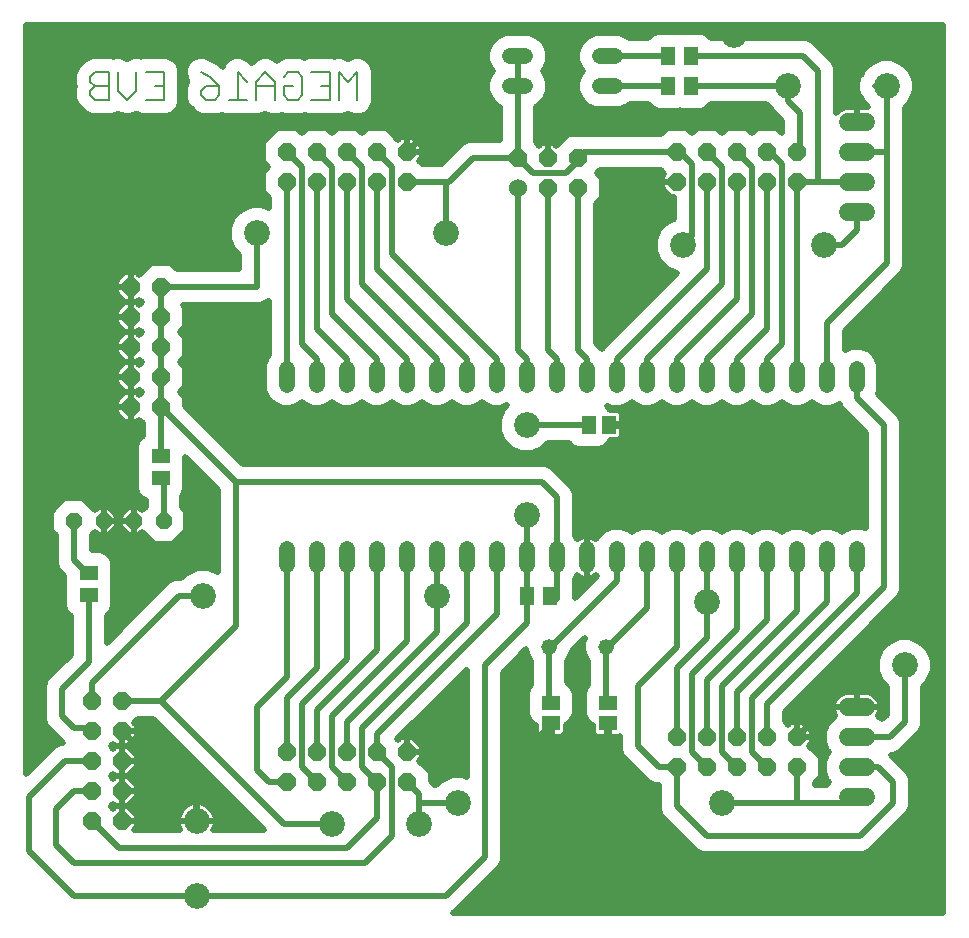
<source format=gbl>
G75*
G70*
%OFA0B0*%
%FSLAX24Y24*%
%IPPOS*%
%LPD*%
%AMOC8*
5,1,8,0,0,1.08239X$1,22.5*
%
%ADD10C,0.0080*%
%ADD11R,0.0512X0.0630*%
%ADD12C,0.0520*%
%ADD13C,0.0520*%
%ADD14C,0.0860*%
%ADD15R,0.0512X0.0591*%
%ADD16OC8,0.0520*%
%ADD17R,0.0591X0.0512*%
%ADD18OC8,0.0600*%
%ADD19R,0.0630X0.0512*%
%ADD20C,0.0600*%
%ADD21C,0.0600*%
%ADD22C,0.0200*%
D10*
X002903Y027690D02*
X003364Y027690D01*
X003364Y028610D01*
X002903Y028610D01*
X002750Y028457D01*
X002750Y028303D01*
X002903Y028150D01*
X003364Y028150D01*
X003671Y027996D02*
X003671Y028610D01*
X003671Y027996D02*
X003978Y027690D01*
X004285Y027996D01*
X004285Y028610D01*
X004591Y028610D02*
X005205Y028610D01*
X005205Y027690D01*
X004591Y027690D01*
X004898Y028150D02*
X005205Y028150D01*
X006433Y027996D02*
X006586Y028150D01*
X007047Y028150D01*
X007047Y027843D01*
X006893Y027690D01*
X006586Y027690D01*
X006433Y027843D01*
X006433Y027996D01*
X006740Y028457D02*
X006433Y028610D01*
X006740Y028457D02*
X007047Y028150D01*
X007354Y027690D02*
X007968Y027690D01*
X008274Y027690D02*
X008274Y028303D01*
X008581Y028610D01*
X008888Y028303D01*
X008888Y027690D01*
X009195Y027843D02*
X009195Y028150D01*
X009502Y028150D01*
X009195Y028457D02*
X009349Y028610D01*
X009656Y028610D01*
X009809Y028457D01*
X009809Y027843D01*
X009656Y027690D01*
X009349Y027690D01*
X009195Y027843D01*
X008888Y028150D02*
X008274Y028150D01*
X007968Y028303D02*
X007661Y028610D01*
X007661Y027690D01*
X010116Y027690D02*
X010730Y027690D01*
X010730Y028610D01*
X010116Y028610D01*
X010423Y028150D02*
X010730Y028150D01*
X011037Y028610D02*
X011037Y027690D01*
X011651Y027690D02*
X011651Y028610D01*
X011344Y028303D01*
X011037Y028610D01*
X002903Y028150D02*
X002750Y027996D01*
X002750Y027843D01*
X002903Y027690D01*
D11*
X017317Y011150D03*
X018065Y011150D03*
X022017Y028150D03*
X022765Y028150D03*
X022765Y029150D03*
X022017Y029150D03*
D12*
X020251Y029150D02*
X019731Y029150D01*
X019731Y028150D02*
X020251Y028150D01*
X017251Y028150D02*
X016731Y028150D01*
X016731Y029150D02*
X017251Y029150D01*
X017291Y018710D02*
X017291Y018190D01*
X018291Y018190D02*
X018291Y018710D01*
X019291Y018710D02*
X019291Y018190D01*
X020291Y018190D02*
X020291Y018710D01*
X021291Y018710D02*
X021291Y018190D01*
X022291Y018190D02*
X022291Y018710D01*
X023291Y018710D02*
X023291Y018190D01*
X024291Y018190D02*
X024291Y018710D01*
X025291Y018710D02*
X025291Y018190D01*
X026291Y018190D02*
X026291Y018710D01*
X027291Y018710D02*
X027291Y018190D01*
X028291Y018190D02*
X028291Y018710D01*
X028291Y012710D02*
X028291Y012190D01*
X027291Y012190D02*
X027291Y012710D01*
X026291Y012710D02*
X026291Y012190D01*
X025291Y012190D02*
X025291Y012710D01*
X024291Y012710D02*
X024291Y012190D01*
X023291Y012190D02*
X023291Y012710D01*
X022291Y012710D02*
X022291Y012190D01*
X021291Y012190D02*
X021291Y012710D01*
X020291Y012710D02*
X020291Y012190D01*
X019291Y012190D02*
X019291Y012710D01*
X018291Y012710D02*
X018291Y012190D01*
X017291Y012190D02*
X017291Y012710D01*
X016291Y012710D02*
X016291Y012190D01*
X015291Y012190D02*
X015291Y012710D01*
X014291Y012710D02*
X014291Y012190D01*
X013291Y012190D02*
X013291Y012710D01*
X012291Y012710D02*
X012291Y012190D01*
X011291Y012190D02*
X011291Y012710D01*
X010291Y012710D02*
X010291Y012190D01*
X009291Y012190D02*
X009291Y012710D01*
X009291Y018190D02*
X009291Y018710D01*
X010291Y018710D02*
X010291Y018190D01*
X011291Y018190D02*
X011291Y018710D01*
X012291Y018710D02*
X012291Y018190D01*
X013291Y018190D02*
X013291Y018710D01*
X014291Y018710D02*
X014291Y018190D01*
X015291Y018190D02*
X015291Y018710D01*
X016291Y018710D02*
X016291Y018190D01*
D13*
X018041Y009450D03*
X019941Y009450D03*
D14*
X023291Y010950D03*
X028091Y015450D03*
X030191Y015450D03*
X029891Y008850D03*
X023791Y004250D03*
X017191Y005950D03*
X014991Y004250D03*
X013691Y003550D03*
X014691Y005950D03*
X010791Y003550D03*
X006291Y003650D03*
X006291Y001150D03*
X004791Y006150D03*
X006491Y011150D03*
X004791Y011750D03*
X014291Y011150D03*
X017291Y013850D03*
X017291Y016850D03*
X022491Y022850D03*
X020891Y024950D03*
X020891Y026950D03*
X017991Y026850D03*
X014991Y026850D03*
X014591Y023250D03*
X008291Y023250D03*
X024191Y027150D03*
X025991Y028150D03*
X024191Y029850D03*
X029291Y028150D03*
X027191Y022850D03*
D15*
X020025Y016850D03*
X019356Y016850D03*
D16*
X005191Y013650D03*
X004191Y013650D03*
X003191Y013650D03*
X002191Y013650D03*
D17*
X018091Y007584D03*
X018091Y006915D03*
X019991Y006915D03*
X019991Y007584D03*
D18*
X022291Y006450D03*
X023291Y006450D03*
X024291Y006450D03*
X025291Y006450D03*
X026291Y006450D03*
X026291Y005450D03*
X025291Y005450D03*
X024291Y005450D03*
X023291Y005450D03*
X022291Y005450D03*
X013291Y005950D03*
X013291Y004950D03*
X012291Y004950D03*
X012291Y005950D03*
X011291Y005950D03*
X011291Y004950D03*
X010291Y004950D03*
X010291Y005950D03*
X009291Y005950D03*
X009291Y004950D03*
X003791Y004650D03*
X003791Y005650D03*
X003791Y006650D03*
X003791Y007650D03*
X002791Y007650D03*
X002791Y006650D03*
X002791Y005650D03*
X002791Y004650D03*
X002791Y003650D03*
X003791Y003650D03*
X004091Y017450D03*
X004091Y018450D03*
X005091Y018450D03*
X005091Y017450D03*
X005091Y019450D03*
X005091Y020450D03*
X005091Y021450D03*
X004091Y021450D03*
X004091Y020450D03*
X004091Y019450D03*
X009291Y024950D03*
X010291Y024950D03*
X011291Y024950D03*
X012291Y024950D03*
X013291Y024950D03*
X013291Y025950D03*
X012291Y025950D03*
X011291Y025950D03*
X010291Y025950D03*
X009291Y025950D03*
X016991Y025750D03*
X017991Y025750D03*
X018991Y025750D03*
X018991Y024750D03*
X017991Y024750D03*
X022291Y024950D03*
X023291Y024950D03*
X024291Y024950D03*
X025291Y024950D03*
X026291Y024950D03*
X026291Y025950D03*
X025291Y025950D03*
X024291Y025950D03*
X023291Y025950D03*
X022291Y025950D03*
D19*
X005091Y015824D03*
X005091Y015076D03*
X002691Y011924D03*
X002691Y011176D03*
D20*
X027991Y007450D02*
X028591Y007450D01*
X028591Y006450D02*
X027991Y006450D01*
X027991Y005450D02*
X028591Y005450D01*
X028591Y004450D02*
X027991Y004450D01*
X027991Y023950D02*
X028591Y023950D01*
X028591Y024950D02*
X027991Y024950D01*
X027991Y025950D02*
X028591Y025950D01*
X028591Y026950D02*
X027991Y026950D01*
D21*
X016991Y024750D03*
D22*
X006291Y001150D02*
X002191Y001150D01*
X000691Y002650D01*
X000691Y004450D01*
X001891Y005650D01*
X002791Y005650D01*
X003422Y006150D02*
X003503Y006230D01*
X003583Y006150D01*
X003790Y006150D01*
X003790Y006649D01*
X003791Y006649D01*
X003791Y006150D01*
X003998Y006150D01*
X004291Y006442D01*
X004291Y006649D01*
X003791Y006649D01*
X003791Y006650D01*
X004291Y006650D01*
X004291Y006857D01*
X004210Y006937D01*
X004322Y007050D01*
X004842Y007050D01*
X008542Y003350D01*
X006848Y003350D01*
X006921Y003524D01*
X006921Y003641D01*
X006299Y003641D01*
X006299Y003658D01*
X006921Y003658D01*
X006921Y003775D01*
X006825Y004006D01*
X006647Y004184D01*
X006416Y004280D01*
X006299Y004280D01*
X006299Y003658D01*
X006282Y003658D01*
X006282Y003641D01*
X005661Y003641D01*
X005661Y003524D01*
X005733Y003350D01*
X004198Y003350D01*
X004291Y003442D01*
X004291Y003649D01*
X003791Y003649D01*
X003791Y003650D01*
X004291Y003650D01*
X004291Y003857D01*
X003998Y004150D01*
X004291Y004442D01*
X004291Y004649D01*
X003791Y004649D01*
X003791Y004150D01*
X003998Y004150D01*
X003791Y004150D01*
X003791Y003650D01*
X003790Y003650D01*
X003790Y004150D01*
X003790Y004649D01*
X003791Y004649D01*
X003791Y004650D01*
X004291Y004650D01*
X004291Y004857D01*
X003998Y005150D01*
X004291Y005442D01*
X004291Y005649D01*
X003791Y005649D01*
X003791Y005150D01*
X003998Y005150D01*
X003791Y005150D01*
X003791Y004650D01*
X003790Y004650D01*
X003790Y005150D01*
X003790Y005649D01*
X003791Y005649D01*
X003791Y005650D01*
X004291Y005650D01*
X004291Y005857D01*
X003998Y006150D01*
X003791Y006150D01*
X003791Y005650D01*
X003790Y005650D01*
X003790Y006150D01*
X003583Y006150D01*
X003503Y006069D01*
X003422Y006150D01*
X003467Y006104D02*
X003538Y006104D01*
X003790Y006104D02*
X003791Y006104D01*
X003790Y005906D02*
X003791Y005906D01*
X003790Y005707D02*
X003791Y005707D01*
X003790Y005509D02*
X003791Y005509D01*
X003790Y005310D02*
X003791Y005310D01*
X003790Y005150D02*
X003583Y005150D01*
X003503Y005230D01*
X003422Y005150D01*
X003503Y005069D01*
X003583Y005150D01*
X003790Y005150D01*
X003790Y005112D02*
X003791Y005112D01*
X003790Y004913D02*
X003791Y004913D01*
X003790Y004715D02*
X003791Y004715D01*
X003790Y004516D02*
X003791Y004516D01*
X003790Y004318D02*
X003791Y004318D01*
X003790Y004150D02*
X003583Y004150D01*
X003503Y004230D01*
X003422Y004150D01*
X003503Y004069D01*
X003583Y004150D01*
X003790Y004150D01*
X003790Y004119D02*
X003791Y004119D01*
X003790Y003920D02*
X003791Y003920D01*
X003790Y003722D02*
X003791Y003722D01*
X004028Y004119D02*
X005869Y004119D01*
X005934Y004184D02*
X005756Y004006D01*
X005661Y003775D01*
X005661Y003658D01*
X006282Y003658D01*
X006282Y004280D01*
X006165Y004280D01*
X005934Y004184D01*
X005721Y003920D02*
X004227Y003920D01*
X004291Y003722D02*
X005661Y003722D01*
X005661Y003523D02*
X004291Y003523D01*
X004166Y004318D02*
X007574Y004318D01*
X007376Y004516D02*
X004291Y004516D01*
X004291Y004715D02*
X007177Y004715D01*
X006978Y004913D02*
X004234Y004913D01*
X004035Y005112D02*
X006780Y005112D01*
X006581Y005310D02*
X004158Y005310D01*
X004291Y005509D02*
X006383Y005509D01*
X006184Y005707D02*
X004291Y005707D01*
X004241Y005906D02*
X005986Y005906D01*
X005787Y006104D02*
X004043Y006104D01*
X004151Y006303D02*
X005589Y006303D01*
X005390Y006502D02*
X004291Y006502D01*
X004291Y006700D02*
X005192Y006700D01*
X004993Y006899D02*
X004249Y006899D01*
X003791Y006650D02*
X004291Y006150D01*
X004791Y006150D01*
X003791Y006303D02*
X003790Y006303D01*
X003790Y006502D02*
X003791Y006502D01*
X002791Y006650D02*
X002691Y006750D01*
X002191Y006750D01*
X001791Y007150D01*
X001791Y008050D01*
X002691Y008950D01*
X002691Y011176D01*
X002691Y011850D02*
X002191Y012350D01*
X002191Y013650D01*
X001431Y013649D02*
X000605Y013649D01*
X000605Y013451D02*
X001431Y013451D01*
X001431Y013335D02*
X001591Y013175D01*
X001591Y012469D01*
X001591Y012230D01*
X001682Y012010D01*
X001876Y011816D01*
X001876Y011568D01*
X001883Y011550D01*
X001876Y011531D01*
X001876Y010820D01*
X001952Y010636D01*
X002091Y010498D01*
X002091Y009198D01*
X001282Y008389D01*
X001191Y008169D01*
X001191Y007930D01*
X001191Y007030D01*
X001282Y006810D01*
X001451Y006641D01*
X001842Y006250D01*
X001771Y006250D01*
X001551Y006158D01*
X000605Y005213D01*
X000605Y030198D01*
X031176Y030198D01*
X031176Y000602D01*
X014835Y000602D01*
X014930Y000641D01*
X015099Y000810D01*
X016399Y002110D01*
X016491Y002330D01*
X016491Y002569D01*
X016491Y008601D01*
X017281Y009391D01*
X017281Y009298D01*
X017396Y009019D01*
X017441Y008975D01*
X017441Y008193D01*
X017371Y008123D01*
X017295Y007940D01*
X017295Y007229D01*
X017371Y007045D01*
X017512Y006904D01*
X017595Y006870D01*
X017595Y006576D01*
X017712Y006459D01*
X018063Y006459D01*
X018063Y006828D01*
X018119Y006828D01*
X018119Y006459D01*
X018469Y006459D01*
X018586Y006576D01*
X018586Y006870D01*
X018669Y006904D01*
X018810Y007045D01*
X018886Y007229D01*
X018886Y007940D01*
X018810Y008123D01*
X018669Y008264D01*
X018641Y008276D01*
X018641Y008975D01*
X018685Y009019D01*
X018801Y009298D01*
X018801Y009311D01*
X019244Y009755D01*
X019181Y009601D01*
X019181Y009298D01*
X019296Y009019D01*
X019341Y008975D01*
X019341Y008192D01*
X019271Y008123D01*
X019195Y007940D01*
X019195Y007229D01*
X019271Y007045D01*
X019412Y006904D01*
X019495Y006870D01*
X019495Y006576D01*
X019612Y006459D01*
X019963Y006459D01*
X019963Y006828D01*
X020019Y006828D01*
X020019Y006459D01*
X020369Y006459D01*
X020391Y006481D01*
X020391Y006269D01*
X020391Y006030D01*
X020482Y005810D01*
X021182Y005110D01*
X021351Y004941D01*
X021571Y004850D01*
X021691Y004850D01*
X021691Y004269D01*
X021691Y004030D01*
X021782Y003810D01*
X022782Y002810D01*
X022951Y002641D01*
X023171Y002550D01*
X028271Y002550D01*
X028510Y002550D01*
X028730Y002641D01*
X029999Y003910D01*
X030091Y004130D01*
X030091Y004369D01*
X030091Y005069D01*
X029999Y005289D01*
X029830Y005458D01*
X029439Y005850D01*
X029510Y005850D01*
X029730Y005941D01*
X030230Y006441D01*
X030399Y006610D01*
X030491Y006830D01*
X030491Y008134D01*
X030679Y008323D01*
X030821Y008665D01*
X030821Y009035D01*
X030679Y009376D01*
X030417Y009638D01*
X030076Y009780D01*
X029706Y009780D01*
X029364Y009638D01*
X029102Y009376D01*
X028961Y009035D01*
X028961Y008665D01*
X029102Y008323D01*
X029291Y008134D01*
X029291Y007198D01*
X029142Y007050D01*
X029122Y007050D01*
X029044Y007128D01*
X028996Y007148D01*
X029014Y007166D01*
X029091Y007350D01*
X029091Y007449D01*
X028291Y007449D01*
X028291Y007450D01*
X029091Y007450D01*
X029091Y007549D01*
X029014Y007733D01*
X028874Y007873D01*
X028690Y007950D01*
X028291Y007950D01*
X028291Y007450D01*
X028290Y007450D01*
X028290Y007449D01*
X027491Y007449D01*
X027491Y007350D01*
X027567Y007166D01*
X027585Y007148D01*
X027537Y007128D01*
X027312Y006903D01*
X027191Y006609D01*
X027191Y006290D01*
X027312Y005996D01*
X027359Y005950D01*
X027312Y005903D01*
X027191Y005609D01*
X027191Y005290D01*
X027312Y004996D01*
X027359Y004950D01*
X027312Y004903D01*
X027290Y004850D01*
X026891Y004850D01*
X026891Y004918D01*
X027091Y005118D01*
X027091Y005781D01*
X026710Y006162D01*
X026791Y006242D01*
X026791Y006449D01*
X026291Y006449D01*
X026291Y006450D01*
X026791Y006450D01*
X026791Y006657D01*
X026498Y006950D01*
X026291Y006950D01*
X026291Y006450D01*
X026290Y006450D01*
X026290Y006950D01*
X026083Y006950D01*
X026003Y006869D01*
X025891Y006981D01*
X025891Y007301D01*
X029699Y011110D01*
X029791Y011330D01*
X029791Y011569D01*
X029791Y016969D01*
X029699Y017189D01*
X029530Y017358D01*
X028992Y017897D01*
X029051Y018038D01*
X029051Y018861D01*
X028935Y019140D01*
X028721Y019354D01*
X028442Y019470D01*
X028139Y019470D01*
X027891Y019366D01*
X027891Y020001D01*
X029630Y021741D01*
X029799Y021910D01*
X029891Y022130D01*
X029891Y025430D01*
X029891Y025830D01*
X029891Y027434D01*
X030079Y027623D01*
X030221Y027965D01*
X030221Y028335D01*
X030079Y028676D01*
X029817Y028938D01*
X029476Y029080D01*
X029106Y029080D01*
X028764Y028938D01*
X028502Y028676D01*
X028455Y028563D01*
X028382Y028489D01*
X028291Y028269D01*
X028291Y028030D01*
X028382Y027810D01*
X028455Y027737D01*
X028502Y027623D01*
X028675Y027450D01*
X028291Y027450D01*
X028291Y026950D01*
X028290Y026950D01*
X028290Y027450D01*
X027891Y027450D01*
X027707Y027373D01*
X027591Y027257D01*
X027591Y028530D01*
X027591Y028769D01*
X027499Y028989D01*
X026999Y029489D01*
X026830Y029658D01*
X026610Y029750D01*
X023443Y029750D01*
X023304Y029888D01*
X023120Y029965D01*
X022409Y029965D01*
X022391Y029957D01*
X022372Y029965D01*
X021661Y029965D01*
X021477Y029888D01*
X021339Y029750D01*
X020725Y029750D01*
X020681Y029794D01*
X020402Y029910D01*
X019579Y029910D01*
X019300Y029794D01*
X019086Y029580D01*
X018971Y029301D01*
X018971Y028998D01*
X019086Y028719D01*
X019156Y028650D01*
X019086Y028580D01*
X018971Y028301D01*
X018971Y027998D01*
X019086Y027719D01*
X019300Y027505D01*
X019579Y027390D01*
X020402Y027390D01*
X020681Y027505D01*
X020725Y027550D01*
X021339Y027550D01*
X021477Y027411D01*
X021661Y027335D01*
X022372Y027335D01*
X022391Y027342D01*
X022409Y027335D01*
X023120Y027335D01*
X023304Y027411D01*
X023443Y027550D01*
X025275Y027550D01*
X025458Y027367D01*
X025482Y027310D01*
X025651Y027141D01*
X025791Y027001D01*
X025791Y026581D01*
X025622Y026750D01*
X024959Y026750D01*
X024791Y026581D01*
X024622Y026750D01*
X023959Y026750D01*
X023791Y026581D01*
X023622Y026750D01*
X022959Y026750D01*
X022791Y026581D01*
X022622Y026750D01*
X021959Y026750D01*
X021759Y026550D01*
X021471Y026550D01*
X019071Y026550D01*
X018659Y026550D01*
X018278Y026169D01*
X018198Y026250D01*
X017991Y026250D01*
X017991Y025850D01*
X017990Y025850D01*
X017990Y026250D01*
X017783Y026250D01*
X017703Y026169D01*
X017591Y026281D01*
X017591Y027468D01*
X017681Y027505D01*
X017895Y027719D01*
X018011Y027998D01*
X018011Y028301D01*
X017895Y028580D01*
X017825Y028650D01*
X017895Y028719D01*
X018011Y028998D01*
X018011Y029301D01*
X017895Y029580D01*
X017681Y029794D01*
X017402Y029910D01*
X016579Y029910D01*
X016300Y029794D01*
X016086Y029580D01*
X015971Y029301D01*
X015971Y028998D01*
X016086Y028719D01*
X016156Y028650D01*
X016086Y028580D01*
X015971Y028301D01*
X015971Y027998D01*
X016086Y027719D01*
X016300Y027505D01*
X016391Y027468D01*
X016391Y026350D01*
X015371Y026350D01*
X015151Y026258D01*
X014982Y026089D01*
X014442Y025550D01*
X013822Y025550D01*
X013710Y025662D01*
X013791Y025742D01*
X013791Y025949D01*
X013291Y025949D01*
X013291Y025950D01*
X013791Y025950D01*
X013791Y026157D01*
X013498Y026450D01*
X013291Y026450D01*
X013291Y025950D01*
X013290Y025950D01*
X013290Y026450D01*
X013083Y026450D01*
X013003Y026369D01*
X012622Y026750D01*
X011959Y026750D01*
X011791Y026581D01*
X011622Y026750D01*
X010959Y026750D01*
X010791Y026581D01*
X010622Y026750D01*
X009959Y026750D01*
X009791Y026581D01*
X009622Y026750D01*
X008959Y026750D01*
X008491Y026281D01*
X008491Y025618D01*
X008659Y025450D01*
X008491Y025281D01*
X008491Y024618D01*
X008691Y024418D01*
X008691Y024090D01*
X008476Y024180D01*
X008106Y024180D01*
X007764Y024038D01*
X007502Y023776D01*
X007361Y023435D01*
X007361Y023065D01*
X007502Y022723D01*
X007691Y022534D01*
X007691Y022050D01*
X005622Y022050D01*
X005422Y022250D01*
X004759Y022250D01*
X004378Y021869D01*
X004298Y021950D01*
X004091Y021950D01*
X004091Y021450D01*
X004090Y021450D01*
X004090Y021449D01*
X004091Y021449D01*
X004091Y020950D01*
X004298Y020950D01*
X004378Y021030D01*
X004459Y020950D01*
X004378Y020869D01*
X004298Y020950D01*
X004091Y020950D01*
X004091Y020450D01*
X004090Y020450D01*
X004090Y020449D01*
X004091Y020449D01*
X004091Y019950D01*
X004298Y019950D01*
X004378Y020030D01*
X004459Y019950D01*
X004378Y019869D01*
X004298Y019950D01*
X004091Y019950D01*
X004091Y019450D01*
X004090Y019450D01*
X004090Y019449D01*
X004091Y019449D01*
X004091Y018950D01*
X004298Y018950D01*
X004378Y019030D01*
X004459Y018950D01*
X004378Y018869D01*
X004298Y018950D01*
X004091Y018950D01*
X004091Y018450D01*
X004090Y018450D01*
X004090Y018449D01*
X004091Y018449D01*
X004091Y017950D01*
X004298Y017950D01*
X004378Y018030D01*
X004459Y017950D01*
X004378Y017869D01*
X004298Y017950D01*
X004091Y017950D01*
X004091Y017450D01*
X004090Y017450D01*
X004090Y017449D01*
X004091Y017449D01*
X004091Y016950D01*
X004298Y016950D01*
X004378Y017030D01*
X004491Y016918D01*
X004491Y016502D01*
X004352Y016363D01*
X004276Y016179D01*
X004276Y015468D01*
X004283Y015450D01*
X004276Y015431D01*
X004276Y014720D01*
X004352Y014536D01*
X004492Y014396D01*
X004591Y014355D01*
X004591Y014124D01*
X004478Y014012D01*
X004381Y014110D01*
X004191Y014110D01*
X004191Y013650D01*
X004190Y013650D01*
X004190Y013649D01*
X004191Y013649D01*
X004191Y013190D01*
X004381Y013190D01*
X004478Y013287D01*
X004876Y012890D01*
X005505Y012890D01*
X005951Y013335D01*
X005951Y013964D01*
X005791Y014124D01*
X005791Y014498D01*
X005829Y014536D01*
X005905Y014720D01*
X005905Y015431D01*
X005898Y015450D01*
X005905Y015468D01*
X005905Y015786D01*
X006991Y014701D01*
X006991Y011949D01*
X006676Y012080D01*
X006306Y012080D01*
X005964Y011938D01*
X005775Y011750D01*
X005571Y011750D01*
X005351Y011658D01*
X005182Y011489D01*
X003291Y009598D01*
X003291Y010498D01*
X003429Y010636D01*
X003505Y010820D01*
X003505Y011531D01*
X003498Y011550D01*
X003505Y011568D01*
X003505Y012279D01*
X003429Y012463D01*
X003289Y012603D01*
X003105Y012679D01*
X002791Y012679D01*
X002791Y013175D01*
X002903Y013287D01*
X003000Y013190D01*
X003190Y013190D01*
X003190Y013649D01*
X003191Y013649D01*
X003191Y013190D01*
X003381Y013190D01*
X003651Y013459D01*
X003651Y013649D01*
X003731Y013649D01*
X003731Y013459D01*
X004000Y013190D01*
X004190Y013190D01*
X004190Y013649D01*
X004191Y013649D01*
X004191Y013650D02*
X004191Y012350D01*
X004791Y011750D01*
X005158Y011465D02*
X003505Y011465D01*
X003505Y011267D02*
X004959Y011267D01*
X004761Y011068D02*
X003505Y011068D01*
X003505Y010869D02*
X004562Y010869D01*
X004363Y010671D02*
X003444Y010671D01*
X003291Y010472D02*
X004165Y010472D01*
X003966Y010274D02*
X003291Y010274D01*
X003291Y010075D02*
X003768Y010075D01*
X003569Y009877D02*
X003291Y009877D01*
X003291Y009678D02*
X003371Y009678D01*
X002091Y009678D02*
X000605Y009678D01*
X000605Y009480D02*
X002091Y009480D01*
X002091Y009281D02*
X000605Y009281D01*
X000605Y009083D02*
X001975Y009083D01*
X001776Y008884D02*
X000605Y008884D01*
X000605Y008686D02*
X001578Y008686D01*
X001379Y008487D02*
X000605Y008487D01*
X000605Y008288D02*
X001240Y008288D01*
X001191Y008090D02*
X000605Y008090D01*
X000605Y007891D02*
X001191Y007891D01*
X001191Y007693D02*
X000605Y007693D01*
X000605Y007494D02*
X001191Y007494D01*
X001191Y007296D02*
X000605Y007296D01*
X000605Y007097D02*
X001191Y007097D01*
X001245Y006899D02*
X000605Y006899D01*
X000605Y006700D02*
X001392Y006700D01*
X001590Y006502D02*
X000605Y006502D01*
X000605Y006303D02*
X001789Y006303D01*
X001497Y006104D02*
X000605Y006104D01*
X000605Y005906D02*
X001298Y005906D01*
X001100Y005707D02*
X000605Y005707D01*
X000605Y005509D02*
X000901Y005509D01*
X000703Y005310D02*
X000605Y005310D01*
X001591Y004050D02*
X002191Y004650D01*
X002791Y004650D01*
X003460Y005112D02*
X003546Y005112D01*
X003553Y004119D02*
X003452Y004119D01*
X002791Y003650D02*
X003691Y002750D01*
X011291Y002750D01*
X012291Y003750D01*
X012291Y004950D01*
X011791Y005450D01*
X011791Y006750D01*
X015291Y010250D01*
X015291Y012450D01*
X016291Y012450D02*
X016291Y010550D01*
X012291Y006550D01*
X012291Y005950D01*
X012791Y005450D01*
X012791Y003150D01*
X011891Y002250D01*
X002191Y002250D01*
X001591Y002850D01*
X001591Y004050D01*
X002791Y007650D02*
X002791Y008250D01*
X005691Y011150D01*
X006491Y011150D01*
X005888Y011862D02*
X003505Y011862D01*
X003505Y011664D02*
X005364Y011664D01*
X006260Y012061D02*
X003505Y012061D01*
X003505Y012259D02*
X006991Y012259D01*
X006991Y012061D02*
X006721Y012061D01*
X006991Y012458D02*
X003431Y012458D01*
X003161Y012656D02*
X006991Y012656D01*
X006991Y012855D02*
X002791Y012855D01*
X002791Y013053D02*
X004712Y013053D01*
X004513Y013252D02*
X004443Y013252D01*
X004191Y013252D02*
X004190Y013252D01*
X004190Y013451D02*
X004191Y013451D01*
X004190Y013649D02*
X003731Y013649D01*
X003731Y013650D02*
X004190Y013650D01*
X004190Y014110D01*
X004000Y014110D01*
X003731Y013840D01*
X003731Y013650D01*
X003651Y013650D02*
X003651Y013840D01*
X003381Y014110D01*
X003191Y014110D01*
X003191Y013650D01*
X003651Y013650D01*
X003651Y013649D02*
X003191Y013649D01*
X003190Y013649D01*
X003191Y013649D02*
X003191Y013650D01*
X003190Y013650D01*
X003190Y014110D01*
X003000Y014110D01*
X002903Y014012D01*
X002505Y014410D01*
X001876Y014410D01*
X001431Y013964D01*
X001431Y013335D01*
X001513Y013252D02*
X000605Y013252D01*
X000605Y013053D02*
X001591Y013053D01*
X001591Y012855D02*
X000605Y012855D01*
X000605Y012656D02*
X001591Y012656D01*
X001591Y012458D02*
X000605Y012458D01*
X000605Y012259D02*
X001591Y012259D01*
X001661Y012061D02*
X000605Y012061D01*
X000605Y011862D02*
X001829Y011862D01*
X001876Y011664D02*
X000605Y011664D01*
X000605Y011465D02*
X001876Y011465D01*
X001876Y011267D02*
X000605Y011267D01*
X000605Y011068D02*
X001876Y011068D01*
X001876Y010869D02*
X000605Y010869D01*
X000605Y010671D02*
X001937Y010671D01*
X002091Y010472D02*
X000605Y010472D01*
X000605Y010274D02*
X002091Y010274D01*
X002091Y010075D02*
X000605Y010075D01*
X000605Y009877D02*
X002091Y009877D01*
X002691Y011850D02*
X002691Y011924D01*
X002868Y013252D02*
X002938Y013252D01*
X003190Y013252D02*
X003191Y013252D01*
X003190Y013451D02*
X003191Y013451D01*
X003443Y013252D02*
X003938Y013252D01*
X003739Y013451D02*
X003642Y013451D01*
X003643Y013848D02*
X003738Y013848D01*
X003937Y014046D02*
X003444Y014046D01*
X003191Y014046D02*
X003190Y014046D01*
X003190Y013848D02*
X003191Y013848D01*
X002937Y014046D02*
X002869Y014046D01*
X002670Y014245D02*
X004591Y014245D01*
X004512Y014046D02*
X004444Y014046D01*
X004191Y014046D02*
X004190Y014046D01*
X004190Y013848D02*
X004191Y013848D01*
X004445Y014443D02*
X000605Y014443D01*
X000605Y014245D02*
X001711Y014245D01*
X001512Y014046D02*
X000605Y014046D01*
X000605Y013848D02*
X001431Y013848D01*
X000605Y014642D02*
X004308Y014642D01*
X004276Y014840D02*
X000605Y014840D01*
X000605Y015039D02*
X004276Y015039D01*
X004276Y015237D02*
X000605Y015237D01*
X000605Y015436D02*
X004278Y015436D01*
X004276Y015635D02*
X000605Y015635D01*
X000605Y015833D02*
X004276Y015833D01*
X004276Y016032D02*
X000605Y016032D01*
X000605Y016230D02*
X004297Y016230D01*
X004418Y016429D02*
X000605Y016429D01*
X000605Y016627D02*
X004491Y016627D01*
X004491Y016826D02*
X000605Y016826D01*
X000605Y017024D02*
X003809Y017024D01*
X003883Y016950D02*
X003591Y017242D01*
X003591Y017449D01*
X004090Y017449D01*
X004090Y016950D01*
X003883Y016950D01*
X004090Y017024D02*
X004091Y017024D01*
X004090Y017223D02*
X004091Y017223D01*
X004090Y017421D02*
X004091Y017421D01*
X004090Y017450D02*
X003591Y017450D01*
X003591Y017657D01*
X003883Y017950D01*
X004090Y017950D01*
X004090Y018449D01*
X003591Y018449D01*
X003591Y018242D01*
X003883Y017950D01*
X004090Y017950D01*
X004090Y017450D01*
X004090Y017620D02*
X004091Y017620D01*
X004090Y017819D02*
X004091Y017819D01*
X004090Y018017D02*
X004091Y018017D01*
X004090Y018216D02*
X004091Y018216D01*
X004090Y018414D02*
X004091Y018414D01*
X004090Y018450D02*
X003591Y018450D01*
X003591Y018657D01*
X003883Y018950D01*
X004090Y018950D01*
X004090Y019449D01*
X003591Y019449D01*
X003591Y019242D01*
X003883Y018950D01*
X004090Y018950D01*
X004090Y018450D01*
X004090Y018613D02*
X004091Y018613D01*
X004090Y018811D02*
X004091Y018811D01*
X004090Y019010D02*
X004091Y019010D01*
X004090Y019208D02*
X004091Y019208D01*
X004090Y019407D02*
X004091Y019407D01*
X004090Y019450D02*
X003591Y019450D01*
X003591Y019657D01*
X003883Y019950D01*
X004090Y019950D01*
X004090Y020449D01*
X003591Y020449D01*
X003591Y020242D01*
X003883Y019950D01*
X004090Y019950D01*
X004090Y019450D01*
X004090Y019605D02*
X004091Y019605D01*
X004090Y019804D02*
X004091Y019804D01*
X004090Y020002D02*
X004091Y020002D01*
X004090Y020201D02*
X004091Y020201D01*
X004090Y020400D02*
X004091Y020400D01*
X004090Y020450D02*
X003591Y020450D01*
X003591Y020657D01*
X003883Y020950D01*
X004090Y020950D01*
X004090Y021449D01*
X003591Y021449D01*
X003591Y021242D01*
X003883Y020950D01*
X004090Y020950D01*
X004090Y020450D01*
X004090Y020598D02*
X004091Y020598D01*
X004090Y020797D02*
X004091Y020797D01*
X004090Y020995D02*
X004091Y020995D01*
X004090Y021194D02*
X004091Y021194D01*
X004090Y021392D02*
X004091Y021392D01*
X004090Y021450D02*
X003591Y021450D01*
X003591Y021657D01*
X003883Y021950D01*
X004090Y021950D01*
X004090Y021450D01*
X004090Y021591D02*
X004091Y021591D01*
X004090Y021789D02*
X004091Y021789D01*
X003723Y021789D02*
X000605Y021789D01*
X000605Y021591D02*
X003591Y021591D01*
X003591Y021392D02*
X000605Y021392D01*
X000605Y021194D02*
X003639Y021194D01*
X003838Y020995D02*
X000605Y020995D01*
X000605Y020797D02*
X003731Y020797D01*
X003591Y020598D02*
X000605Y020598D01*
X000605Y020400D02*
X003591Y020400D01*
X003632Y020201D02*
X000605Y020201D01*
X000605Y020002D02*
X003831Y020002D01*
X003738Y019804D02*
X000605Y019804D01*
X000605Y019605D02*
X003591Y019605D01*
X003591Y019407D02*
X000605Y019407D01*
X000605Y019208D02*
X003625Y019208D01*
X003823Y019010D02*
X000605Y019010D01*
X000605Y018811D02*
X003745Y018811D01*
X003591Y018613D02*
X000605Y018613D01*
X000605Y018414D02*
X003591Y018414D01*
X003617Y018216D02*
X000605Y018216D01*
X000605Y018017D02*
X003816Y018017D01*
X003752Y017819D02*
X000605Y017819D01*
X000605Y017620D02*
X003591Y017620D01*
X003591Y017421D02*
X000605Y017421D01*
X000605Y017223D02*
X003610Y017223D01*
X004372Y017024D02*
X004384Y017024D01*
X005091Y017450D02*
X007591Y014950D01*
X007591Y010150D01*
X005091Y007650D01*
X009191Y003550D01*
X010791Y003550D01*
X011291Y004950D02*
X010791Y005450D01*
X010791Y007150D01*
X013291Y009650D01*
X013291Y012450D01*
X014291Y012450D02*
X014291Y011150D01*
X014291Y009950D01*
X011291Y006950D01*
X011291Y005950D01*
X010291Y005950D02*
X010291Y007350D01*
X012291Y009350D01*
X012291Y012450D01*
X011291Y012450D02*
X011291Y009050D01*
X009791Y007550D01*
X009791Y005450D01*
X010291Y004950D01*
X009291Y004950D02*
X008691Y004950D01*
X008291Y005350D01*
X008291Y007450D01*
X009291Y008450D01*
X009291Y012450D01*
X010291Y012450D02*
X010291Y008750D01*
X009291Y007750D01*
X009291Y005950D01*
X007773Y004119D02*
X006712Y004119D01*
X006860Y003920D02*
X007971Y003920D01*
X008170Y003722D02*
X006921Y003722D01*
X006920Y003523D02*
X008368Y003523D01*
X006299Y003722D02*
X006282Y003722D01*
X006282Y003920D02*
X006299Y003920D01*
X006282Y004119D02*
X006299Y004119D01*
X006291Y001150D02*
X006291Y001050D01*
X006391Y001150D01*
X014591Y001150D01*
X015891Y002450D01*
X015891Y008850D01*
X017291Y010250D01*
X017291Y011150D01*
X017291Y012450D01*
X017291Y013850D01*
X018291Y014450D02*
X018291Y012450D01*
X018291Y011050D01*
X018191Y011150D01*
X018065Y011150D01*
X017317Y011150D02*
X017291Y011150D01*
X018891Y011098D02*
X018891Y011169D01*
X018891Y011715D01*
X018935Y011759D01*
X018975Y011855D01*
X019030Y011800D01*
X019199Y011730D01*
X019290Y011730D01*
X019290Y012449D01*
X019291Y012449D01*
X019291Y011730D01*
X019382Y011730D01*
X019551Y011800D01*
X019606Y011855D01*
X019619Y011826D01*
X018891Y011098D01*
X018891Y011267D02*
X019059Y011267D01*
X018891Y011465D02*
X019258Y011465D01*
X019456Y011664D02*
X018891Y011664D01*
X019290Y011862D02*
X019291Y011862D01*
X019290Y012061D02*
X019291Y012061D01*
X019290Y012259D02*
X019291Y012259D01*
X019290Y012450D02*
X019290Y013170D01*
X019199Y013170D01*
X019030Y013100D01*
X018975Y013044D01*
X018935Y013140D01*
X018891Y013184D01*
X018891Y014569D01*
X018799Y014789D01*
X018630Y014958D01*
X018130Y015458D01*
X017910Y015550D01*
X017671Y015550D01*
X007839Y015550D01*
X005891Y017498D01*
X005891Y017781D01*
X005722Y017950D01*
X005891Y018118D01*
X005891Y018781D01*
X005722Y018950D01*
X005891Y019118D01*
X005891Y019781D01*
X005722Y019950D01*
X005891Y020118D01*
X005891Y020781D01*
X005822Y020850D01*
X008410Y020850D01*
X008630Y020941D01*
X008691Y021001D01*
X008691Y019184D01*
X008646Y019140D01*
X008531Y018861D01*
X008531Y018038D01*
X008646Y017759D01*
X008860Y017545D01*
X009139Y017430D01*
X009442Y017430D01*
X009721Y017545D01*
X009791Y017615D01*
X009860Y017545D01*
X010139Y017430D01*
X010442Y017430D01*
X010721Y017545D01*
X010791Y017615D01*
X010860Y017545D01*
X011139Y017430D01*
X011442Y017430D01*
X011721Y017545D01*
X011791Y017615D01*
X011860Y017545D01*
X012139Y017430D01*
X012442Y017430D01*
X012721Y017545D01*
X012791Y017615D01*
X012860Y017545D01*
X013139Y017430D01*
X013442Y017430D01*
X013721Y017545D01*
X013791Y017615D01*
X013860Y017545D01*
X014139Y017430D01*
X014442Y017430D01*
X014721Y017545D01*
X014791Y017615D01*
X014860Y017545D01*
X015139Y017430D01*
X015442Y017430D01*
X015721Y017545D01*
X015791Y017615D01*
X015860Y017545D01*
X016139Y017430D01*
X016442Y017430D01*
X016636Y017510D01*
X016502Y017376D01*
X016361Y017035D01*
X016361Y016665D01*
X016502Y016323D01*
X016764Y016061D01*
X017106Y015920D01*
X017476Y015920D01*
X017817Y016061D01*
X018006Y016250D01*
X018698Y016250D01*
X018817Y016130D01*
X019001Y016054D01*
X019711Y016054D01*
X019895Y016130D01*
X020036Y016271D01*
X020070Y016354D01*
X020364Y016354D01*
X020481Y016471D01*
X020481Y016822D01*
X020112Y016822D01*
X020112Y016878D01*
X020481Y016878D01*
X020481Y017228D01*
X020364Y017345D01*
X020070Y017345D01*
X020036Y017428D01*
X019960Y017504D01*
X020139Y017430D01*
X020442Y017430D01*
X020721Y017545D01*
X020791Y017615D01*
X020860Y017545D01*
X021139Y017430D01*
X021442Y017430D01*
X021721Y017545D01*
X021791Y017615D01*
X021860Y017545D01*
X022139Y017430D01*
X022442Y017430D01*
X022721Y017545D01*
X022791Y017615D01*
X022860Y017545D01*
X023139Y017430D01*
X023442Y017430D01*
X023721Y017545D01*
X023791Y017615D01*
X023860Y017545D01*
X024139Y017430D01*
X024442Y017430D01*
X024721Y017545D01*
X024791Y017615D01*
X024860Y017545D01*
X025139Y017430D01*
X025442Y017430D01*
X025721Y017545D01*
X025791Y017615D01*
X025860Y017545D01*
X026139Y017430D01*
X026442Y017430D01*
X026721Y017545D01*
X026791Y017615D01*
X026860Y017545D01*
X027139Y017430D01*
X027442Y017430D01*
X027721Y017545D01*
X027724Y017549D01*
X027782Y017410D01*
X028591Y016601D01*
X028591Y013408D01*
X028442Y013470D01*
X028139Y013470D01*
X027860Y013354D01*
X027791Y013284D01*
X027721Y013354D01*
X027442Y013470D01*
X027139Y013470D01*
X026860Y013354D01*
X026791Y013284D01*
X026721Y013354D01*
X026442Y013470D01*
X026139Y013470D01*
X025860Y013354D01*
X025791Y013284D01*
X025721Y013354D01*
X025442Y013470D01*
X025139Y013470D01*
X024860Y013354D01*
X024791Y013284D01*
X024721Y013354D01*
X024442Y013470D01*
X024139Y013470D01*
X023860Y013354D01*
X023791Y013284D01*
X023721Y013354D01*
X023442Y013470D01*
X023139Y013470D01*
X022860Y013354D01*
X022791Y013284D01*
X022721Y013354D01*
X022442Y013470D01*
X022139Y013470D01*
X021860Y013354D01*
X021791Y013284D01*
X021721Y013354D01*
X021442Y013470D01*
X021139Y013470D01*
X020860Y013354D01*
X020791Y013284D01*
X020721Y013354D01*
X020442Y013470D01*
X020139Y013470D01*
X019860Y013354D01*
X019646Y013140D01*
X019606Y013044D01*
X019551Y013100D01*
X019382Y013170D01*
X019291Y013170D01*
X019291Y012450D01*
X019290Y012450D01*
X019290Y012458D02*
X019291Y012458D01*
X019290Y012656D02*
X019291Y012656D01*
X019290Y012855D02*
X019291Y012855D01*
X019290Y013053D02*
X019291Y013053D01*
X019597Y013053D02*
X019610Y013053D01*
X019758Y013252D02*
X018891Y013252D01*
X018891Y013451D02*
X020093Y013451D01*
X020488Y013451D02*
X021093Y013451D01*
X021488Y013451D02*
X022093Y013451D01*
X022488Y013451D02*
X023093Y013451D01*
X023488Y013451D02*
X024093Y013451D01*
X024488Y013451D02*
X025093Y013451D01*
X025488Y013451D02*
X026093Y013451D01*
X026488Y013451D02*
X027093Y013451D01*
X027488Y013451D02*
X028093Y013451D01*
X028488Y013451D02*
X028591Y013451D01*
X028591Y013649D02*
X018891Y013649D01*
X018891Y013848D02*
X028591Y013848D01*
X028591Y014046D02*
X018891Y014046D01*
X018891Y014245D02*
X028591Y014245D01*
X028591Y014443D02*
X018891Y014443D01*
X018860Y014642D02*
X028591Y014642D01*
X028591Y014840D02*
X018748Y014840D01*
X018550Y015039D02*
X028591Y015039D01*
X028591Y015237D02*
X018351Y015237D01*
X018153Y015436D02*
X028591Y015436D01*
X028591Y015635D02*
X007754Y015635D01*
X007556Y015833D02*
X028591Y015833D01*
X028591Y016032D02*
X017746Y016032D01*
X017986Y016230D02*
X018717Y016230D01*
X019356Y016850D02*
X017291Y016850D01*
X016595Y016230D02*
X007158Y016230D01*
X006960Y016429D02*
X016458Y016429D01*
X016376Y016627D02*
X006761Y016627D01*
X006563Y016826D02*
X016361Y016826D01*
X016361Y017024D02*
X006364Y017024D01*
X006166Y017223D02*
X016439Y017223D01*
X016547Y017421D02*
X005967Y017421D01*
X005891Y017620D02*
X008785Y017620D01*
X008622Y017819D02*
X005853Y017819D01*
X005789Y018017D02*
X008539Y018017D01*
X008531Y018216D02*
X005891Y018216D01*
X005891Y018414D02*
X008531Y018414D01*
X008531Y018613D02*
X005891Y018613D01*
X005860Y018811D02*
X008531Y018811D01*
X008592Y019010D02*
X005782Y019010D01*
X005891Y019208D02*
X008691Y019208D01*
X008691Y019407D02*
X005891Y019407D01*
X005891Y019605D02*
X008691Y019605D01*
X008691Y019804D02*
X005868Y019804D01*
X005775Y020002D02*
X008691Y020002D01*
X008691Y020201D02*
X005891Y020201D01*
X005891Y020400D02*
X008691Y020400D01*
X008691Y020598D02*
X005891Y020598D01*
X005875Y020797D02*
X008691Y020797D01*
X008685Y020995D02*
X008691Y020995D01*
X008291Y021450D02*
X005091Y021450D01*
X005091Y018450D01*
X005091Y017450D01*
X005091Y015824D01*
X005905Y015635D02*
X006057Y015635D01*
X005903Y015436D02*
X006256Y015436D01*
X006454Y015237D02*
X005905Y015237D01*
X005905Y015039D02*
X006653Y015039D01*
X006851Y014840D02*
X005905Y014840D01*
X005873Y014642D02*
X006991Y014642D01*
X006991Y014443D02*
X005791Y014443D01*
X005791Y014245D02*
X006991Y014245D01*
X006991Y014046D02*
X005869Y014046D01*
X005951Y013848D02*
X006991Y013848D01*
X006991Y013649D02*
X005951Y013649D01*
X005951Y013451D02*
X006991Y013451D01*
X006991Y013252D02*
X005868Y013252D01*
X005669Y013053D02*
X006991Y013053D01*
X005191Y013650D02*
X005191Y015076D01*
X005091Y015076D01*
X007357Y016032D02*
X016835Y016032D01*
X017791Y014950D02*
X018291Y014450D01*
X017791Y014950D02*
X007591Y014950D01*
X005091Y017450D02*
X005091Y018450D01*
X005091Y019450D01*
X005091Y020450D01*
X005091Y021450D01*
X004498Y021988D02*
X000605Y021988D01*
X000605Y022186D02*
X004696Y022186D01*
X005485Y022186D02*
X007691Y022186D01*
X007691Y022385D02*
X000605Y022385D01*
X000605Y022584D02*
X007641Y022584D01*
X007478Y022782D02*
X000605Y022782D01*
X000605Y022981D02*
X007395Y022981D01*
X007361Y023179D02*
X000605Y023179D01*
X000605Y023378D02*
X007361Y023378D01*
X007419Y023576D02*
X000605Y023576D01*
X000605Y023775D02*
X007501Y023775D01*
X007699Y023973D02*
X000605Y023973D01*
X000605Y024172D02*
X008087Y024172D01*
X008494Y024172D02*
X008691Y024172D01*
X008691Y024370D02*
X000605Y024370D01*
X000605Y024569D02*
X008540Y024569D01*
X008491Y024768D02*
X000605Y024768D01*
X000605Y024966D02*
X008491Y024966D01*
X008491Y025165D02*
X000605Y025165D01*
X000605Y025363D02*
X008573Y025363D01*
X008547Y025562D02*
X000605Y025562D01*
X000605Y025760D02*
X008491Y025760D01*
X008491Y025959D02*
X000605Y025959D01*
X000605Y026157D02*
X008491Y026157D01*
X008565Y026356D02*
X000605Y026356D01*
X000605Y026554D02*
X008764Y026554D01*
X008781Y027150D02*
X008996Y027150D01*
X009119Y027200D01*
X009241Y027150D01*
X009241Y027150D01*
X009456Y027150D01*
X009763Y027150D01*
X009886Y027200D01*
X010009Y027150D01*
X010837Y027150D01*
X010883Y027169D01*
X010929Y027150D01*
X011144Y027150D01*
X011343Y027232D01*
X011344Y027233D01*
X011345Y027232D01*
X011543Y027150D01*
X011758Y027150D01*
X011956Y027232D01*
X012108Y027384D01*
X012191Y027582D01*
X012191Y028503D01*
X012191Y028718D01*
X012108Y028916D01*
X011956Y029068D01*
X011838Y029117D01*
X011758Y029150D01*
X011543Y029150D01*
X011345Y029068D01*
X011344Y029067D01*
X011343Y029068D01*
X011144Y029150D01*
X010929Y029150D01*
X010883Y029131D01*
X010837Y029150D01*
X010622Y029150D01*
X010009Y029150D01*
X009886Y029099D01*
X009881Y029101D01*
X009763Y029150D01*
X009548Y029150D01*
X009241Y029150D01*
X009043Y029068D01*
X008965Y028990D01*
X008887Y029068D01*
X008689Y029150D01*
X008689Y029150D01*
X008474Y029150D01*
X008389Y029115D01*
X008276Y029068D01*
X008276Y029068D01*
X008273Y029066D01*
X008124Y028916D01*
X008121Y028914D01*
X007967Y029068D01*
X007768Y029150D01*
X007553Y029150D01*
X007469Y029115D01*
X007355Y029068D01*
X007352Y029066D01*
X007203Y028916D01*
X007156Y028804D01*
X007135Y028825D01*
X007077Y028892D01*
X007060Y028901D01*
X007046Y028915D01*
X006964Y028949D01*
X006578Y029141D01*
X006364Y029157D01*
X006160Y029089D01*
X005998Y028948D01*
X005902Y028756D01*
X005887Y028541D01*
X005955Y028338D01*
X005981Y028308D01*
X005975Y028302D01*
X005893Y028104D01*
X005893Y027889D01*
X005893Y027736D01*
X005893Y027736D01*
X005940Y027621D01*
X005975Y027537D01*
X006127Y027385D01*
X006130Y027382D01*
X006281Y027232D01*
X006317Y027217D01*
X006479Y027150D01*
X006694Y027150D01*
X007001Y027150D01*
X007124Y027200D01*
X007246Y027150D01*
X008075Y027150D01*
X008121Y027169D01*
X008167Y027150D01*
X008382Y027150D01*
X008580Y027232D01*
X008581Y027233D01*
X008582Y027232D01*
X008781Y027150D01*
X008780Y027150D02*
X008383Y027150D01*
X008166Y027150D02*
X008076Y027150D01*
X007245Y027150D02*
X007002Y027150D01*
X006479Y027150D02*
X006479Y027150D01*
X006478Y027150D02*
X005314Y027150D01*
X005313Y027150D02*
X005511Y027232D01*
X005663Y027384D01*
X005745Y027582D01*
X005745Y027797D01*
X005745Y028043D01*
X005745Y028257D01*
X005745Y028718D01*
X005663Y028916D01*
X005511Y029068D01*
X005313Y029150D01*
X005098Y029150D01*
X004484Y029150D01*
X004438Y029131D01*
X004392Y029150D01*
X004177Y029150D01*
X003979Y029068D01*
X003978Y029067D01*
X003977Y029068D01*
X003778Y029150D01*
X003563Y029150D01*
X003517Y029131D01*
X003471Y029150D01*
X003011Y029150D01*
X002796Y029150D01*
X002598Y029068D01*
X002444Y028915D01*
X002292Y028763D01*
X002210Y028564D01*
X002210Y028411D01*
X002210Y028196D01*
X002229Y028150D01*
X002210Y028104D01*
X002210Y027950D01*
X002210Y027736D01*
X002259Y027618D01*
X002292Y027537D01*
X002292Y027537D01*
X002295Y027535D01*
X002444Y027385D01*
X002444Y027385D01*
X002446Y027384D01*
X002598Y027232D01*
X002629Y027219D01*
X002796Y027150D01*
X003471Y027150D01*
X003670Y027232D01*
X003671Y027233D01*
X003672Y027232D01*
X003790Y027183D01*
X003870Y027150D01*
X003870Y027150D01*
X004085Y027150D01*
X004284Y027232D01*
X004285Y027233D01*
X004286Y027232D01*
X004484Y027150D01*
X005313Y027150D01*
X005628Y027349D02*
X006164Y027349D01*
X006127Y027385D02*
X006127Y027385D01*
X006281Y027232D02*
X006281Y027232D01*
X005971Y027547D02*
X005731Y027547D01*
X005745Y027746D02*
X005893Y027746D01*
X005893Y027944D02*
X005745Y027944D01*
X005745Y028143D02*
X005909Y028143D01*
X005953Y028341D02*
X005745Y028341D01*
X005745Y028540D02*
X005887Y028540D01*
X005901Y028738D02*
X005737Y028738D01*
X005642Y028937D02*
X005993Y028937D01*
X006301Y029135D02*
X005349Y029135D01*
X004448Y029135D02*
X004428Y029135D01*
X004141Y029135D02*
X003814Y029135D01*
X003528Y029135D02*
X003507Y029135D01*
X002760Y029135D02*
X000605Y029135D01*
X000605Y028937D02*
X002466Y028937D01*
X002282Y028738D02*
X000605Y028738D01*
X000605Y028540D02*
X002210Y028540D01*
X002210Y028341D02*
X000605Y028341D01*
X000605Y028143D02*
X002226Y028143D01*
X002210Y027944D02*
X000605Y027944D01*
X000605Y027746D02*
X002210Y027746D01*
X002288Y027547D02*
X000605Y027547D01*
X000605Y027349D02*
X002481Y027349D01*
X002598Y027232D02*
X002598Y027232D01*
X002598Y027232D01*
X002795Y027150D02*
X000605Y027150D01*
X000605Y026951D02*
X016391Y026951D01*
X016391Y026753D02*
X000605Y026753D01*
X000605Y029334D02*
X015984Y029334D01*
X015971Y029135D02*
X011794Y029135D01*
X011758Y029150D02*
X011758Y029150D01*
X011507Y029135D02*
X011180Y029135D01*
X010894Y029135D02*
X010873Y029135D01*
X009973Y029135D02*
X009799Y029135D01*
X009205Y029135D02*
X008725Y029135D01*
X008438Y029135D02*
X007804Y029135D01*
X007768Y029150D02*
X007768Y029150D01*
X007517Y029135D02*
X006590Y029135D01*
X006992Y028937D02*
X007224Y028937D01*
X007355Y029068D02*
X007355Y029068D01*
X008098Y028937D02*
X008144Y028937D01*
X008124Y028916D02*
X008124Y028916D01*
X008997Y027150D02*
X009240Y027150D01*
X009764Y027150D02*
X010007Y027150D01*
X010838Y027150D02*
X010928Y027150D01*
X011145Y027150D02*
X011542Y027150D01*
X011759Y027150D02*
X016391Y027150D01*
X016391Y027349D02*
X012073Y027349D01*
X012176Y027547D02*
X016258Y027547D01*
X016075Y027746D02*
X012191Y027746D01*
X012191Y027944D02*
X015993Y027944D01*
X015971Y028143D02*
X012191Y028143D01*
X012191Y028341D02*
X015987Y028341D01*
X016070Y028540D02*
X012191Y028540D01*
X012182Y028738D02*
X016078Y028738D01*
X015996Y028937D02*
X012088Y028937D01*
X014191Y026850D02*
X013291Y025950D01*
X013290Y025959D02*
X013291Y025959D01*
X013290Y026157D02*
X013291Y026157D01*
X013290Y026356D02*
X013291Y026356D01*
X013591Y026356D02*
X016391Y026356D01*
X016391Y026554D02*
X012817Y026554D01*
X012291Y025950D02*
X012791Y025450D01*
X012791Y022550D01*
X016291Y019050D01*
X016291Y018450D01*
X017291Y018450D02*
X017291Y019050D01*
X016991Y019350D01*
X016991Y024750D01*
X017491Y025250D02*
X016991Y025750D01*
X015491Y025750D01*
X014691Y024950D01*
X014591Y024950D01*
X014591Y023250D01*
X014591Y024950D02*
X013291Y024950D01*
X013810Y025562D02*
X014454Y025562D01*
X014653Y025760D02*
X013791Y025760D01*
X013791Y025959D02*
X014851Y025959D01*
X015050Y026157D02*
X013790Y026157D01*
X014191Y026850D02*
X014991Y026850D01*
X016991Y025750D02*
X016991Y028150D01*
X016991Y029150D01*
X017744Y029731D02*
X019237Y029731D01*
X019067Y029533D02*
X017915Y029533D01*
X017997Y029334D02*
X018984Y029334D01*
X018971Y029135D02*
X018011Y029135D01*
X017985Y028937D02*
X018996Y028937D01*
X019078Y028738D02*
X017903Y028738D01*
X017911Y028540D02*
X019070Y028540D01*
X018987Y028341D02*
X017994Y028341D01*
X018011Y028143D02*
X018971Y028143D01*
X018993Y027944D02*
X017988Y027944D01*
X017906Y027746D02*
X019075Y027746D01*
X019258Y027547D02*
X017723Y027547D01*
X017591Y027349D02*
X021627Y027349D01*
X021341Y027547D02*
X020723Y027547D01*
X020891Y026950D02*
X022591Y026950D01*
X022791Y027150D01*
X024191Y027150D01*
X023440Y027547D02*
X025278Y027547D01*
X025466Y027349D02*
X023154Y027349D01*
X022765Y028150D02*
X025991Y028150D01*
X025991Y027650D01*
X026391Y027250D01*
X026391Y026050D01*
X026291Y025950D01*
X025791Y025550D02*
X025791Y019550D01*
X025291Y019050D01*
X025291Y018450D01*
X026291Y018450D02*
X026291Y024950D01*
X026991Y024950D01*
X026991Y028650D01*
X026491Y029150D01*
X022765Y029150D01*
X022017Y029150D02*
X019991Y029150D01*
X019991Y028150D02*
X022017Y028150D01*
X020891Y026950D02*
X018391Y026950D01*
X017991Y026550D01*
X017991Y025750D01*
X017991Y026850D01*
X017591Y026753D02*
X025791Y026753D01*
X025791Y026581D02*
X025791Y026581D01*
X025791Y026951D02*
X017591Y026951D01*
X017591Y027150D02*
X025642Y027150D01*
X025651Y027141D02*
X025651Y027141D01*
X025391Y025950D02*
X025791Y025550D01*
X025391Y025950D02*
X025291Y025950D01*
X024791Y025450D02*
X024791Y020550D01*
X023291Y019050D01*
X023291Y018450D01*
X024291Y018450D02*
X024291Y019050D01*
X025291Y020050D01*
X025291Y024950D01*
X024791Y025450D02*
X024291Y025950D01*
X023791Y025450D02*
X023791Y021550D01*
X021291Y019050D01*
X021291Y018450D01*
X022291Y018450D02*
X022291Y019050D01*
X024291Y021050D01*
X024291Y024950D01*
X023791Y025450D02*
X023291Y025950D01*
X022791Y025550D02*
X022791Y023150D01*
X022491Y022850D01*
X021620Y023179D02*
X019591Y023179D01*
X019591Y022981D02*
X021561Y022981D01*
X021561Y023035D02*
X021561Y022665D01*
X021702Y022323D01*
X021964Y022061D01*
X022306Y021920D01*
X022312Y021920D01*
X019951Y019558D01*
X019791Y019398D01*
X019630Y019558D01*
X019591Y019598D01*
X019591Y024218D01*
X019791Y024418D01*
X019791Y025081D01*
X019622Y025250D01*
X019722Y025350D01*
X021471Y025350D01*
X021759Y025350D01*
X021871Y025237D01*
X021791Y025157D01*
X021791Y024950D01*
X022191Y024950D01*
X022191Y024949D01*
X021791Y024949D01*
X021791Y024742D01*
X022083Y024450D01*
X022191Y024450D01*
X022191Y023732D01*
X021964Y023638D01*
X021702Y023376D01*
X021561Y023035D01*
X021561Y022782D02*
X019591Y022782D01*
X019591Y022584D02*
X021594Y022584D01*
X021676Y022385D02*
X019591Y022385D01*
X019591Y022186D02*
X021838Y022186D01*
X022141Y021988D02*
X019591Y021988D01*
X019591Y021789D02*
X022182Y021789D01*
X021983Y021591D02*
X019591Y021591D01*
X019591Y021392D02*
X021785Y021392D01*
X021586Y021194D02*
X019591Y021194D01*
X019591Y020995D02*
X021388Y020995D01*
X021189Y020797D02*
X019591Y020797D01*
X019591Y020598D02*
X020991Y020598D01*
X020792Y020400D02*
X019591Y020400D01*
X019591Y020201D02*
X020594Y020201D01*
X020395Y020002D02*
X019591Y020002D01*
X019591Y019804D02*
X020196Y019804D01*
X019998Y019605D02*
X019591Y019605D01*
X019782Y019407D02*
X019799Y019407D01*
X020291Y019050D02*
X020291Y018450D01*
X020291Y019050D02*
X023291Y022050D01*
X023291Y024950D01*
X022791Y025550D02*
X022391Y025950D01*
X021591Y025950D01*
X019191Y025950D01*
X018991Y025750D01*
X018991Y025650D01*
X018591Y025250D01*
X017491Y025250D01*
X017991Y024750D02*
X017991Y019350D01*
X018291Y019050D01*
X018291Y018450D01*
X019291Y018450D02*
X019291Y019050D01*
X018991Y019350D01*
X018991Y024750D01*
X019591Y024172D02*
X022191Y024172D01*
X022191Y024370D02*
X019743Y024370D01*
X019791Y024569D02*
X021964Y024569D01*
X021791Y024768D02*
X019791Y024768D01*
X019791Y024966D02*
X021791Y024966D01*
X021799Y025165D02*
X019707Y025165D01*
X020891Y024950D02*
X022291Y024950D01*
X022191Y023973D02*
X019591Y023973D01*
X019591Y023775D02*
X022191Y023775D01*
X021902Y023576D02*
X019591Y023576D01*
X019591Y023378D02*
X021703Y023378D01*
X021591Y025950D02*
X022291Y025950D01*
X021764Y026554D02*
X017591Y026554D01*
X017591Y026356D02*
X018466Y026356D01*
X017990Y026157D02*
X017991Y026157D01*
X017990Y025959D02*
X017991Y025959D01*
X016067Y029533D02*
X000605Y029533D01*
X000605Y029731D02*
X016237Y029731D01*
X011791Y025450D02*
X011791Y021550D01*
X014291Y019050D01*
X014291Y018450D01*
X013291Y018450D02*
X013291Y019050D01*
X011291Y021050D01*
X011291Y024950D01*
X011791Y025450D02*
X011291Y025950D01*
X010791Y025450D02*
X010791Y020550D01*
X012291Y019050D01*
X012291Y018450D01*
X011291Y018450D02*
X011291Y019050D01*
X010291Y020050D01*
X010291Y024950D01*
X010791Y025450D02*
X010291Y025950D01*
X009791Y025450D02*
X009791Y019550D01*
X010291Y019050D01*
X010291Y018450D01*
X009291Y018450D02*
X009291Y024950D01*
X009791Y025450D02*
X009291Y025950D01*
X008291Y023250D02*
X008291Y021450D01*
X012291Y022050D02*
X015291Y019050D01*
X015291Y018450D01*
X012291Y022050D02*
X012291Y024950D01*
X004483Y027150D02*
X004086Y027150D01*
X003869Y027150D02*
X003472Y027150D01*
X000605Y029930D02*
X021577Y029930D01*
X023204Y029930D02*
X031176Y029930D01*
X031176Y030128D02*
X000605Y030128D01*
X004343Y020995D02*
X004414Y020995D01*
X004406Y020002D02*
X004350Y020002D01*
X004358Y019010D02*
X004399Y019010D01*
X004365Y018017D02*
X004392Y018017D01*
X014481Y007891D02*
X015291Y007891D01*
X015291Y007693D02*
X014282Y007693D01*
X014084Y007494D02*
X015291Y007494D01*
X015291Y007296D02*
X013885Y007296D01*
X013687Y007097D02*
X015291Y007097D01*
X015291Y006899D02*
X013488Y006899D01*
X013289Y006700D02*
X015291Y006700D01*
X015291Y006502D02*
X013091Y006502D01*
X013083Y006450D02*
X013003Y006369D01*
X012980Y006391D01*
X015291Y008701D01*
X015291Y005132D01*
X015176Y005180D01*
X014806Y005180D01*
X014464Y005038D01*
X014275Y004850D01*
X014216Y004850D01*
X014199Y004889D01*
X014091Y004998D01*
X014091Y005281D01*
X013710Y005662D01*
X013791Y005742D01*
X013791Y005949D01*
X013291Y005949D01*
X013291Y005950D01*
X013791Y005950D01*
X013791Y006157D01*
X013498Y006450D01*
X013291Y006450D01*
X013291Y005950D01*
X013290Y005950D01*
X013290Y006450D01*
X013083Y006450D01*
X013290Y006303D02*
X013291Y006303D01*
X013290Y006104D02*
X013291Y006104D01*
X013291Y005950D02*
X014691Y005950D01*
X015291Y005906D02*
X013791Y005906D01*
X013791Y006104D02*
X015291Y006104D01*
X015291Y006303D02*
X013644Y006303D01*
X013755Y005707D02*
X015291Y005707D01*
X015291Y005509D02*
X013863Y005509D01*
X014061Y005310D02*
X015291Y005310D01*
X014642Y005112D02*
X014091Y005112D01*
X014175Y004913D02*
X014339Y004913D01*
X013691Y004550D02*
X013691Y004250D01*
X014991Y004250D01*
X013691Y004250D02*
X013691Y003550D01*
X013691Y004550D02*
X013291Y004950D01*
X016491Y004913D02*
X021418Y004913D01*
X021180Y005112D02*
X016491Y005112D01*
X016491Y005310D02*
X020981Y005310D01*
X020783Y005509D02*
X016491Y005509D01*
X016491Y005707D02*
X020584Y005707D01*
X020442Y005906D02*
X016491Y005906D01*
X016491Y006104D02*
X020391Y006104D01*
X020391Y006303D02*
X016491Y006303D01*
X016491Y006502D02*
X017670Y006502D01*
X017595Y006700D02*
X016491Y006700D01*
X016491Y006899D02*
X017526Y006899D01*
X017350Y007097D02*
X016491Y007097D01*
X016491Y007296D02*
X017295Y007296D01*
X017295Y007494D02*
X016491Y007494D01*
X016491Y007693D02*
X017295Y007693D01*
X017295Y007891D02*
X016491Y007891D01*
X016491Y008090D02*
X017358Y008090D01*
X017441Y008288D02*
X016491Y008288D01*
X016491Y008487D02*
X017441Y008487D01*
X017441Y008686D02*
X016575Y008686D01*
X016773Y008884D02*
X017441Y008884D01*
X017370Y009083D02*
X016972Y009083D01*
X017171Y009281D02*
X017288Y009281D01*
X018041Y009450D02*
X018041Y007600D01*
X018091Y007550D01*
X018091Y007584D01*
X018091Y006950D02*
X018091Y006915D01*
X018091Y006850D01*
X017191Y005950D01*
X018063Y006502D02*
X018119Y006502D01*
X018119Y006700D02*
X018063Y006700D01*
X018511Y006502D02*
X019570Y006502D01*
X019495Y006700D02*
X018586Y006700D01*
X018655Y006899D02*
X019426Y006899D01*
X019250Y007097D02*
X018831Y007097D01*
X018886Y007296D02*
X019195Y007296D01*
X019195Y007494D02*
X018886Y007494D01*
X018886Y007693D02*
X019195Y007693D01*
X019195Y007891D02*
X018886Y007891D01*
X018824Y008090D02*
X019258Y008090D01*
X019341Y008288D02*
X018641Y008288D01*
X018641Y008487D02*
X019341Y008487D01*
X019341Y008686D02*
X018641Y008686D01*
X018641Y008884D02*
X019341Y008884D01*
X019270Y009083D02*
X018711Y009083D01*
X018793Y009281D02*
X019188Y009281D01*
X019181Y009480D02*
X018969Y009480D01*
X019168Y009678D02*
X019213Y009678D01*
X019941Y009450D02*
X019941Y007600D01*
X019925Y007584D01*
X019991Y007584D01*
X019925Y007584D02*
X019891Y007550D01*
X019991Y006915D02*
X019925Y006850D01*
X019963Y006700D02*
X020019Y006700D01*
X020019Y006502D02*
X019963Y006502D01*
X020991Y006150D02*
X021691Y005450D01*
X022291Y005450D01*
X022291Y004150D01*
X023291Y003150D01*
X028391Y003150D01*
X029491Y004250D01*
X029491Y004950D01*
X028991Y005450D01*
X028291Y005450D01*
X028291Y006450D02*
X029391Y006450D01*
X029891Y006950D01*
X029891Y008850D01*
X030747Y008487D02*
X031176Y008487D01*
X031176Y008686D02*
X030821Y008686D01*
X030821Y008884D02*
X031176Y008884D01*
X031176Y009083D02*
X030801Y009083D01*
X030718Y009281D02*
X031176Y009281D01*
X031176Y009480D02*
X030576Y009480D01*
X030320Y009678D02*
X031176Y009678D01*
X031176Y009877D02*
X028466Y009877D01*
X028268Y009678D02*
X029461Y009678D01*
X029205Y009480D02*
X028069Y009480D01*
X027871Y009281D02*
X029063Y009281D01*
X028980Y009083D02*
X027672Y009083D01*
X027474Y008884D02*
X028961Y008884D01*
X028961Y008686D02*
X027275Y008686D01*
X027076Y008487D02*
X029034Y008487D01*
X029136Y008288D02*
X026878Y008288D01*
X026679Y008090D02*
X029291Y008090D01*
X029291Y007891D02*
X028831Y007891D01*
X029031Y007693D02*
X029291Y007693D01*
X029291Y007494D02*
X029091Y007494D01*
X029068Y007296D02*
X029291Y007296D01*
X029190Y007097D02*
X029074Y007097D01*
X028290Y007450D02*
X028290Y007950D01*
X027891Y007950D01*
X027707Y007873D01*
X027567Y007733D01*
X027491Y007549D01*
X027491Y007450D01*
X028290Y007450D01*
X028290Y007494D02*
X028291Y007494D01*
X028290Y007693D02*
X028291Y007693D01*
X028290Y007891D02*
X028291Y007891D01*
X027751Y007891D02*
X026481Y007891D01*
X026282Y007693D02*
X027550Y007693D01*
X027491Y007494D02*
X026084Y007494D01*
X025891Y007296D02*
X027513Y007296D01*
X027507Y007097D02*
X025891Y007097D01*
X025973Y006899D02*
X026032Y006899D01*
X026290Y006899D02*
X026291Y006899D01*
X026290Y006700D02*
X026291Y006700D01*
X026290Y006502D02*
X026291Y006502D01*
X026291Y006450D02*
X027291Y007450D01*
X027291Y008050D01*
X030191Y010950D01*
X030191Y015450D01*
X029791Y015436D02*
X031176Y015436D01*
X031176Y015635D02*
X029791Y015635D01*
X029791Y015833D02*
X031176Y015833D01*
X031176Y016032D02*
X029791Y016032D01*
X029791Y016230D02*
X031176Y016230D01*
X031176Y016429D02*
X029791Y016429D01*
X029791Y016627D02*
X031176Y016627D01*
X031176Y016826D02*
X029791Y016826D01*
X029768Y017024D02*
X031176Y017024D01*
X031176Y017223D02*
X029666Y017223D01*
X029467Y017421D02*
X031176Y017421D01*
X031176Y017620D02*
X029269Y017620D01*
X029070Y017819D02*
X031176Y017819D01*
X031176Y018017D02*
X029042Y018017D01*
X029051Y018216D02*
X031176Y018216D01*
X031176Y018414D02*
X029051Y018414D01*
X029051Y018613D02*
X031176Y018613D01*
X031176Y018811D02*
X029051Y018811D01*
X028989Y019010D02*
X031176Y019010D01*
X031176Y019208D02*
X028867Y019208D01*
X028593Y019407D02*
X031176Y019407D01*
X031176Y019605D02*
X027891Y019605D01*
X027891Y019407D02*
X027988Y019407D01*
X027891Y019804D02*
X031176Y019804D01*
X031176Y020002D02*
X027892Y020002D01*
X028090Y020201D02*
X031176Y020201D01*
X031176Y020400D02*
X028289Y020400D01*
X028488Y020598D02*
X031176Y020598D01*
X031176Y020797D02*
X028686Y020797D01*
X028885Y020995D02*
X031176Y020995D01*
X031176Y021194D02*
X029083Y021194D01*
X029282Y021392D02*
X031176Y021392D01*
X031176Y021591D02*
X029480Y021591D01*
X029679Y021789D02*
X031176Y021789D01*
X031176Y021988D02*
X029832Y021988D01*
X029891Y022186D02*
X031176Y022186D01*
X031176Y022385D02*
X029891Y022385D01*
X029891Y022584D02*
X031176Y022584D01*
X031176Y022782D02*
X029891Y022782D01*
X029891Y022981D02*
X031176Y022981D01*
X031176Y023179D02*
X029891Y023179D01*
X029891Y023378D02*
X031176Y023378D01*
X031176Y023576D02*
X029891Y023576D01*
X029891Y023775D02*
X031176Y023775D01*
X031176Y023973D02*
X029891Y023973D01*
X029891Y024172D02*
X031176Y024172D01*
X031176Y024370D02*
X029891Y024370D01*
X029891Y024569D02*
X031176Y024569D01*
X031176Y024768D02*
X029891Y024768D01*
X029891Y024966D02*
X031176Y024966D01*
X031176Y025165D02*
X029891Y025165D01*
X029891Y025363D02*
X031176Y025363D01*
X031176Y025562D02*
X029891Y025562D01*
X029891Y025760D02*
X031176Y025760D01*
X031176Y025959D02*
X029891Y025959D01*
X029891Y026157D02*
X031176Y026157D01*
X031176Y026356D02*
X029891Y026356D01*
X029891Y026554D02*
X031176Y026554D01*
X031176Y026753D02*
X029891Y026753D01*
X029891Y026951D02*
X031176Y026951D01*
X031176Y027150D02*
X029891Y027150D01*
X029891Y027349D02*
X031176Y027349D01*
X031176Y027547D02*
X030003Y027547D01*
X030130Y027746D02*
X031176Y027746D01*
X031176Y027944D02*
X030212Y027944D01*
X030221Y028143D02*
X031176Y028143D01*
X031176Y028341D02*
X030218Y028341D01*
X030136Y028540D02*
X031176Y028540D01*
X031176Y028738D02*
X030017Y028738D01*
X029818Y028937D02*
X031176Y028937D01*
X031176Y029135D02*
X027353Y029135D01*
X027521Y028937D02*
X028763Y028937D01*
X028564Y028738D02*
X027591Y028738D01*
X027591Y028540D02*
X028432Y028540D01*
X028321Y028341D02*
X027591Y028341D01*
X027591Y028143D02*
X028291Y028143D01*
X028326Y027944D02*
X027591Y027944D01*
X027591Y027746D02*
X028446Y027746D01*
X028578Y027547D02*
X027591Y027547D01*
X027591Y027349D02*
X027682Y027349D01*
X028290Y027349D02*
X028291Y027349D01*
X028290Y027150D02*
X028291Y027150D01*
X028290Y026951D02*
X028291Y026951D01*
X028291Y026950D02*
X028291Y029050D01*
X027491Y029850D01*
X024191Y029850D01*
X026654Y029731D02*
X031176Y029731D01*
X031176Y029533D02*
X026956Y029533D01*
X027155Y029334D02*
X031176Y029334D01*
X029291Y028150D02*
X029291Y025950D01*
X028291Y025950D01*
X029291Y025950D02*
X029291Y025550D01*
X029291Y025650D01*
X029291Y025550D02*
X029291Y022250D01*
X027291Y020250D01*
X027291Y018450D01*
X027777Y017421D02*
X020038Y017421D01*
X020481Y017223D02*
X027969Y017223D01*
X028167Y017024D02*
X020481Y017024D01*
X020191Y016850D02*
X020091Y016950D01*
X020025Y016884D01*
X020025Y016850D01*
X020112Y016826D02*
X028366Y016826D01*
X028564Y016627D02*
X020481Y016627D01*
X020438Y016429D02*
X028591Y016429D01*
X028591Y016230D02*
X019995Y016230D01*
X020191Y016850D02*
X026691Y016850D01*
X028091Y015450D01*
X029191Y016850D02*
X029191Y011450D01*
X025291Y007550D01*
X025291Y006450D01*
X024791Y005950D02*
X025291Y005450D01*
X024791Y005950D02*
X024791Y007750D01*
X028291Y011250D01*
X028291Y012450D01*
X027291Y012450D02*
X027291Y010950D01*
X024291Y007950D01*
X024291Y006450D01*
X023791Y005950D02*
X024291Y005450D01*
X023791Y005950D02*
X023791Y008150D01*
X026291Y010650D01*
X026291Y012450D01*
X025291Y012450D02*
X025291Y010350D01*
X023291Y008350D01*
X023291Y006450D01*
X022791Y005950D02*
X023291Y005450D01*
X022791Y005950D02*
X022791Y008550D01*
X024291Y010050D01*
X024291Y012450D01*
X023291Y012450D02*
X023291Y010950D01*
X023291Y009750D01*
X022291Y008750D01*
X022291Y006450D01*
X020991Y006150D02*
X020991Y008150D01*
X022291Y009450D01*
X022291Y012450D01*
X021291Y012450D02*
X021291Y010750D01*
X019991Y009450D01*
X019941Y009450D01*
X018091Y009450D02*
X020291Y011650D01*
X020291Y012450D01*
X018984Y013053D02*
X018971Y013053D01*
X018091Y009450D02*
X018041Y009450D01*
X015291Y008686D02*
X015275Y008686D01*
X015291Y008487D02*
X015076Y008487D01*
X014878Y008288D02*
X015291Y008288D01*
X015291Y008090D02*
X014679Y008090D01*
X016491Y004715D02*
X021691Y004715D01*
X021691Y004516D02*
X016491Y004516D01*
X016491Y004318D02*
X021691Y004318D01*
X021691Y004119D02*
X016491Y004119D01*
X016491Y003920D02*
X021736Y003920D01*
X021870Y003722D02*
X016491Y003722D01*
X016491Y003523D02*
X022068Y003523D01*
X022267Y003325D02*
X016491Y003325D01*
X016491Y003126D02*
X022465Y003126D01*
X022664Y002928D02*
X016491Y002928D01*
X016491Y002729D02*
X022862Y002729D01*
X023791Y004250D02*
X026291Y004250D01*
X026291Y005450D01*
X026891Y004913D02*
X027323Y004913D01*
X027265Y005112D02*
X027084Y005112D01*
X027091Y005310D02*
X027191Y005310D01*
X027191Y005509D02*
X027091Y005509D01*
X027091Y005707D02*
X027231Y005707D01*
X027316Y005906D02*
X026966Y005906D01*
X026767Y006104D02*
X027268Y006104D01*
X027191Y006303D02*
X026791Y006303D01*
X026791Y006502D02*
X027191Y006502D01*
X027228Y006700D02*
X026747Y006700D01*
X026549Y006899D02*
X027311Y006899D01*
X029646Y005906D02*
X031176Y005906D01*
X031176Y006104D02*
X029894Y006104D01*
X030092Y006303D02*
X031176Y006303D01*
X031176Y006502D02*
X030291Y006502D01*
X030437Y006700D02*
X031176Y006700D01*
X031176Y006899D02*
X030491Y006899D01*
X030491Y007097D02*
X031176Y007097D01*
X031176Y007296D02*
X030491Y007296D01*
X030491Y007494D02*
X031176Y007494D01*
X031176Y007693D02*
X030491Y007693D01*
X030491Y007891D02*
X031176Y007891D01*
X031176Y008090D02*
X030491Y008090D01*
X030645Y008288D02*
X031176Y008288D01*
X031176Y010075D02*
X028665Y010075D01*
X028863Y010274D02*
X031176Y010274D01*
X031176Y010472D02*
X029062Y010472D01*
X029260Y010671D02*
X031176Y010671D01*
X031176Y010869D02*
X029459Y010869D01*
X029657Y011068D02*
X031176Y011068D01*
X031176Y011267D02*
X029764Y011267D01*
X029791Y011465D02*
X031176Y011465D01*
X031176Y011664D02*
X029791Y011664D01*
X029791Y011862D02*
X031176Y011862D01*
X031176Y012061D02*
X029791Y012061D01*
X029791Y012259D02*
X031176Y012259D01*
X031176Y012458D02*
X029791Y012458D01*
X029791Y012656D02*
X031176Y012656D01*
X031176Y012855D02*
X029791Y012855D01*
X029791Y013053D02*
X031176Y013053D01*
X031176Y013252D02*
X029791Y013252D01*
X029791Y013451D02*
X031176Y013451D01*
X031176Y013649D02*
X029791Y013649D01*
X029791Y013848D02*
X031176Y013848D01*
X031176Y014046D02*
X029791Y014046D01*
X029791Y014245D02*
X031176Y014245D01*
X031176Y014443D02*
X029791Y014443D01*
X029791Y014642D02*
X031176Y014642D01*
X031176Y014840D02*
X029791Y014840D01*
X029791Y015039D02*
X031176Y015039D01*
X031176Y015237D02*
X029791Y015237D01*
X029191Y016850D02*
X028291Y017750D01*
X028291Y018450D01*
X027791Y022850D02*
X027191Y022850D01*
X027791Y022850D02*
X028291Y023350D01*
X028291Y023950D01*
X028291Y024950D02*
X026991Y024950D01*
X028891Y028150D02*
X029291Y028150D01*
X029581Y005707D02*
X031176Y005707D01*
X031176Y005509D02*
X029780Y005509D01*
X029978Y005310D02*
X031176Y005310D01*
X031176Y005112D02*
X030073Y005112D01*
X030091Y004913D02*
X031176Y004913D01*
X031176Y004715D02*
X030091Y004715D01*
X030091Y004516D02*
X031176Y004516D01*
X031176Y004318D02*
X030091Y004318D01*
X030086Y004119D02*
X031176Y004119D01*
X031176Y003920D02*
X030004Y003920D01*
X029811Y003722D02*
X031176Y003722D01*
X031176Y003523D02*
X029613Y003523D01*
X029414Y003325D02*
X031176Y003325D01*
X031176Y003126D02*
X029216Y003126D01*
X029017Y002928D02*
X031176Y002928D01*
X031176Y002729D02*
X028819Y002729D01*
X028091Y004250D02*
X026291Y004250D01*
X028091Y004250D02*
X028291Y004450D01*
X031176Y002531D02*
X016491Y002531D01*
X016491Y002332D02*
X031176Y002332D01*
X031176Y002134D02*
X016409Y002134D01*
X016224Y001935D02*
X031176Y001935D01*
X031176Y001736D02*
X016026Y001736D01*
X015827Y001538D02*
X031176Y001538D01*
X031176Y001339D02*
X015629Y001339D01*
X015430Y001141D02*
X031176Y001141D01*
X031176Y000942D02*
X015232Y000942D01*
X015099Y000810D02*
X015099Y000810D01*
X015033Y000744D02*
X031176Y000744D01*
X005091Y007650D02*
X003791Y007650D01*
M02*

</source>
